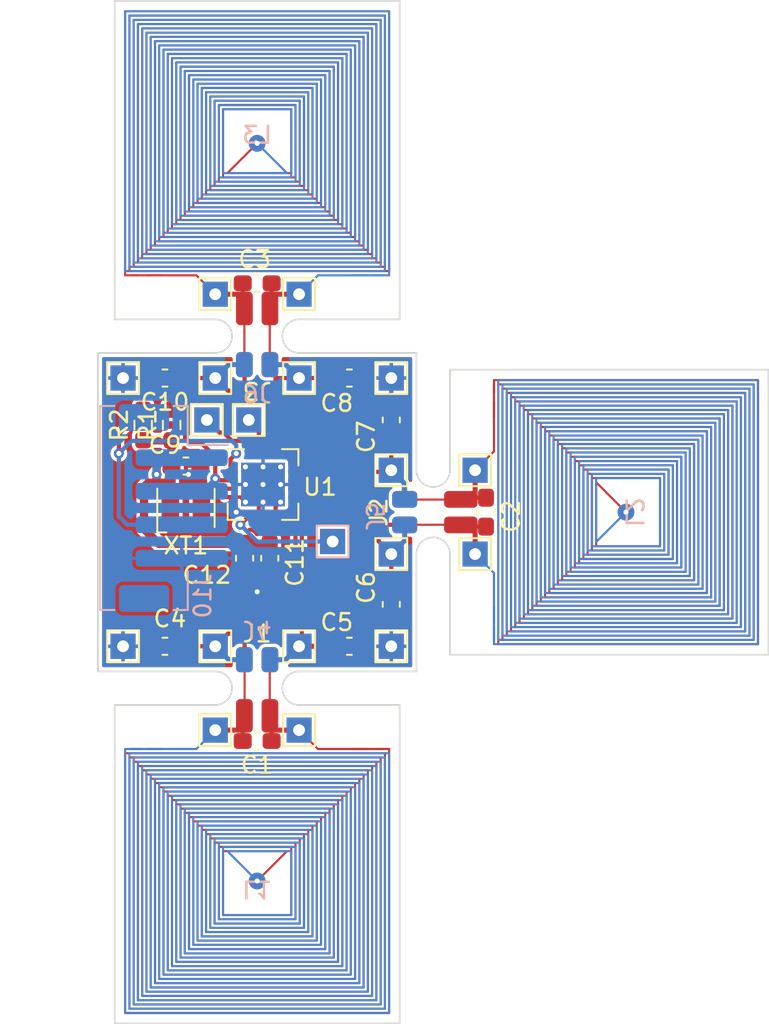
<source format=kicad_pcb>
(kicad_pcb (version 20211014) (generator pcbnew)
  (layers (0 "F.Cu" signal) (31 "B.Cu" signal) (34 "B.Paste" user) (35 "F.Paste" user) (36 "B.SilkS" user "B.Silkscreen") (37 "F.SilkS" user "F.Silkscreen") (38 "B.Mask" user) (39 "F.Mask" user) (44 "Edge.Cuts" user))
  (net 0 "")
  (net 1 "VCC")
  (net 2 "GND")
  (net 3 "IN0B")
  (net 4 "IN0A")
  (net 5 "IN1B")
  (net 6 "IN1A")
  (net 7 "IN2B")
  (net 8 "IN2A")
  (net 9 "Net-(TP15-Pad1)")
  (net 10 "Net-(U1-Pad3)")
  (net 11 "IN3B")
  (net 12 "IN3A")
  (net 13 "Net-(J10-Pad2)")
  (net 14 "Net-(J10-Pad3)")
  (footprint "Package_DFN_QFN:WQFN-16-1EP_4x4mm_P0.5mm_EP2.6x2.6mm_ThermalVias" (layer "F.Cu") (at 143.85 80.85)
    (fp_text reference "U1")
    (fp_text value "LDC1614")
  )
  (footprint "Library:PCBConnPadsLong" (layer "F.Cu") (at 155.65 82.5 90)
    (fp_text reference "J8" hide)
    (fp_text value "Conn_01x02_Female")
  )
  (footprint "Capacitor_SMD:C_0603_1608Metric_Pad1.08x0.95mm_HandSolder" (layer "F.Cu") (at 143.5 68.85)
    (fp_text reference "C3")
    (fp_text value "330p")
  )
  (footprint "TestPoint:TestPoint_THTPad_1.5x1.5mm_Drill0.7mm" (layer "F.Cu") (at 156.5 85)
    (fp_text reference "TP3" hide)
    (fp_text value "TestPoint")
  )
  (footprint "TestPoint:TestPoint_THTPad_1.5x1.5mm_Drill0.7mm" (layer "F.Cu") (at 146 69.5)
    (fp_text reference "TP5" hide)
    (fp_text value "TestPoint")
  )
  (footprint "Library:PCBConnPads" (layer "F.Cu") (at 143.5 73.7 180)
    (fp_text reference "J3")
    (fp_text value "Conn_01x02_Female")
  )
  (footprint "Oscillator:Oscillator_SMD_Kyocera_KC2520Z-4Pin_2.5x2.0mm" (layer "F.Cu") (at 139.25 82.25 90)
    (fp_text reference "XT1")
    (fp_text value "KC2520Z")
  )
  (footprint "Capacitor_SMD:C_0603_1608Metric_Pad1.08x0.95mm_HandSolder" (layer "F.Cu") (at 143.5 96.15 180)
    (fp_text reference "C1")
    (fp_text value "330p")
  )
  (footprint "Library:PCBConnPads" (layer "F.Cu") (at 143.5 91.3)
    (fp_text reference "J1")
    (fp_text value "Conn_01x02_Female")
  )
  (footprint "Capacitor_SMD:C_0603_1608Metric_Pad1.08x0.95mm_HandSolder" (layer "F.Cu") (at 138 74.5 180)
    (fp_text reference "C10")
    (fp_text value "100n")
  )
  (footprint "TestPoint:TestPoint_THTPad_1.5x1.5mm_Drill0.7mm" (layer "F.Cu") (at 141 90.5)
    (fp_text reference "TP9" hide)
    (fp_text value "TestPoint")
  )
  (footprint "TestPoint:TestPoint_THTPad_1.5x1.5mm_Drill0.7mm" (layer "F.Cu") (at 135.5 90.5)
    (fp_text reference "TP17" hide)
    (fp_text value "TestPoint")
  )
  (footprint "Library:PCBConnPads" (layer "F.Cu") (at 152.3 82.5 90)
    (fp_text reference "J2")
    (fp_text value "Conn_01x02_Female")
  )
  (footprint "TestPoint:TestPoint_THTPad_1.5x1.5mm_Drill0.7mm" (layer "F.Cu") (at 156.5 80)
    (fp_text reference "TP4" hide)
    (fp_text value "TestPoint")
  )
  (footprint "Capacitor_SMD:C_0603_1608Metric_Pad1.08x0.95mm_HandSolder" (layer "F.Cu") (at 151.5 88 -90)
    (fp_text reference "C6")
    (fp_text value "100n")
  )
  (footprint "TestPoint:TestPoint_THTPad_1.5x1.5mm_Drill0.7mm" (layer "F.Cu") (at 141 69.5)
    (fp_text reference "TP8" hide)
    (fp_text value "TestPoint")
  )
  (footprint "Capacitor_SMD:C_0603_1608Metric_Pad1.08x0.95mm_HandSolder" (layer "F.Cu") (at 157.15 82.5 -90)
    (fp_text reference "C2")
    (fp_text value "330p")
  )
  (footprint "Library:PCBConnPadsLong" (layer "F.Cu") (at 143.5 70.35 180)
    (fp_text reference "J9" hide)
    (fp_text value "Conn_01x02_Female")
  )
  (footprint "Capacitor_SMD:C_0603_1608Metric_Pad1.08x0.95mm_HandSolder" (layer "F.Cu") (at 138 90.5 180)
    (fp_text reference "C4")
    (fp_text value "100n")
  )
  (footprint "TestPoint:TestPoint_THTPad_1.5x1.5mm_Drill0.7mm" (layer "F.Cu") (at 141 95.5)
    (fp_text reference "TP1" hide)
    (fp_text value "TestPoint")
  )
  (footprint "Capacitor_SMD:C_0603_1608Metric_Pad1.08x0.95mm_HandSolder" (layer "F.Cu") (at 149 90.5)
    (fp_text reference "C5")
    (fp_text value "100n")
  )
  (footprint "TestPoint:TestPoint_THTPad_1.5x1.5mm_Drill0.7mm" (layer "F.Cu") (at 146 90.5)
    (fp_text reference "TP10" hide)
    (fp_text value "TestPoint")
  )
  (footprint "TestPoint:TestPoint_THTPad_1.5x1.5mm_Drill0.7mm" (layer "F.Cu") (at 140.5 77)
    (fp_text reference "TP14" hide)
    (fp_text value "TestPoint")
  )
  (footprint "Resistor_SMD:R_0603_1608Metric_Pad0.98x0.95mm_HandSolder" (layer "F.Cu") (at 136.7 77.3 90)
    (fp_text reference "R2")
    (fp_text value "2k2")
  )
  (footprint "TestPoint:TestPoint_THTPad_1.5x1.5mm_Drill0.7mm" (layer "F.Cu") (at 143 77)
    (fp_text reference "TP13" hide)
    (fp_text value "TestPoint")
  )
  (footprint "Capacitor_SMD:C_0603_1608Metric_Pad1.08x0.95mm_HandSolder" (layer "F.Cu") (at 149 74.5)
    (fp_text reference "C8")
    (fp_text value "100n")
  )
  (footprint "TestPoint:TestPoint_THTPad_1.5x1.5mm_Drill0.7mm" (layer "F.Cu") (at 151.5 90.5)
    (fp_text reference "TP19" hide)
    (fp_text value "TestPoint")
  )
  (footprint "Capacitor_SMD:C_0603_1608Metric_Pad1.08x0.95mm_HandSolder" (layer "F.Cu") (at 144.25 85.25 -90)
    (fp_text reference "C11")
    (fp_text value "100n")
  )
  (footprint "TestPoint:TestPoint_THTPad_1.5x1.5mm_Drill0.7mm" (layer "F.Cu") (at 151.5 85)
    (fp_text reference "TP11" hide)
    (fp_text value "TestPoint")
  )
  (footprint "TestPoint:TestPoint_THTPad_1.5x1.5mm_Drill0.7mm" (layer "F.Cu") (at 146 74.5)
    (fp_text reference "TP7" hide)
    (fp_text value "TestPoint")
  )
  (footprint "Capacitor_SMD:C_0603_1608Metric_Pad1.08x0.95mm_HandSolder" (layer "F.Cu") (at 139.25 79.75)
    (fp_text reference "C9")
    (fp_text value "100n")
  )
  (footprint "TestPoint:TestPoint_THTPad_1.5x1.5mm_Drill0.7mm" (layer "F.Cu") (at 151.5 80)
    (fp_text reference "TP12" hide)
    (fp_text value "TestPoint")
  )
  (footprint "TestPoint:TestPoint_THTPad_1.5x1.5mm_Drill0.7mm" (layer "F.Cu") (at 146 95.5)
    (fp_text reference "TP2" hide)
    (fp_text value "TestPoint")
  )
  (footprint "Resistor_SMD:R_0603_1608Metric_Pad0.98x0.95mm_HandSolder" (layer "F.Cu") (at 138.4 77.3 90)
    (fp_text reference "R1")
    (fp_text value "2k2")
  )
  (footprint "TestPoint:TestPoint_THTPad_1.5x1.5mm_Drill0.7mm" (layer "F.Cu") (at 135.5 74.5)
    (fp_text reference "TP16" hide)
    (fp_text value "TestPoint")
  )
  (footprint "Capacitor_SMD:C_0603_1608Metric_Pad1.08x0.95mm_HandSolder" (layer "F.Cu") (at 151.5 77 90)
    (fp_text reference "C7")
    (fp_text value "100n")
  )
  (footprint "TestPoint:TestPoint_THTPad_1.5x1.5mm_Drill0.7mm" (layer "F.Cu") (at 151.5 74.5)
    (fp_text reference "TP18" hide)
    (fp_text value "TestPoint")
  )
  (footprint "Capacitor_SMD:C_0603_1608Metric_Pad1.08x0.95mm_HandSolder" (layer "F.Cu") (at 142.75 85.25 -90)
    (fp_text reference "C12")
    (fp_text value "2u2")
  )
  (footprint "Library:PCBConnPadsLong" (layer "F.Cu") (at 143.5 94.65)
    (fp_text reference "J7" hide)
    (fp_text value "Conn_01x02_Female")
  )
  (footprint "TestPoint:TestPoint_THTPad_1.5x1.5mm_Drill0.7mm" (layer "F.Cu") (at 141 74.5)
    (fp_text reference "TP6" hide)
    (fp_text value "TestPoint")
  )
  (footprint "Library:Coil" (layer "B.Cu") (at 143.5 60.5 180)
    (fp_text reference "L3")
    (fp_text value "PCB Coil")
  )
  (footprint "Library:PCBConnPads" (layer "B.Cu") (at 143.5 73.7 180)
    (fp_text reference "J6")
    (fp_text value "Conn_01x02_Female")
  )
  (footprint "Library:Coil" (layer "B.Cu") (at 143.5 104.5)
    (fp_text reference "L1")
    (fp_text value "PCB Coil")
  )
  (footprint "Library:Coil" (layer "B.Cu") (at 165.5 82.5 90)
    (fp_text reference "L2")
    (fp_text value "PCB Coil")
  )
  (footprint "Connector_JST:JST_PH_B4B-PH-SM4-TB_1x04-1MP_P2.00mm_Vertical" (layer "B.Cu") (at 138.5 82.25 -90)
    (fp_text reference "J10")
    (fp_text value "Conn_01x04_Male")
  )
  (footprint "TestPoint:TestPoint_THTPad_1.5x1.5mm_Drill0.7mm" (layer "B.Cu") (at 148 84.25 180)
    (fp_text reference "TP15" hide)
    (fp_text value "TestPoint")
  )
  (footprint "Library:PCBConnPads" (layer "B.Cu") (at 152.3 82.5 90)
    (fp_text reference "J5")
    (fp_text value "Conn_01x02_Female")
  )
  (footprint "Library:PCBConnPads" (layer "B.Cu") (at 143.5 91.3)
    (fp_text reference "J4")
    (fp_text value "Conn_01x02_Female")
  )
  (gr_line (start 134 73) (end 141 73) (layer "Edge.Cuts") (width 0.1))
  (gr_line (start 153 80) (end 153 73) (layer "Edge.Cuts") (width 0.1))
  (gr_line (start 141 92) (end 134 92) (layer "Edge.Cuts") (width 0.1))
  (gr_line (start 135 52) (end 135 71) (layer "Edge.Cuts") (width 0.1))
  (gr_line (start 174 91) (end 155 91) (layer "Edge.Cuts") (width 0.1))
  (gr_line (start 135 113) (end 152 113) (layer "Edge.Cuts") (width 0.1))
  (gr_arc (start 153 85) (mid 154 84) (end 155 85) (layer "Edge.Cuts") (width 0.1))
  (gr_line (start 152 71) (end 152 52) (layer "Edge.Cuts") (width 0.1))
  (gr_line (start 152 94) (end 146 94) (layer "Edge.Cuts") (width 0.1))
  (gr_arc (start 146 94) (mid 145 93) (end 146 92) (layer "Edge.Cuts") (width 0.1))
  (gr_line (start 153 92) (end 146 92) (layer "Edge.Cuts") (width 0.1))
  (gr_line (start 135 94) (end 135 113) (layer "Edge.Cuts") (width 0.1))
  (gr_arc (start 141 71) (mid 142 72) (end 141 73) (layer "Edge.Cuts") (width 0.1))
  (gr_line (start 155 80) (end 155 74) (layer "Edge.Cuts") (width 0.1))
  (gr_line (start 152 52) (end 135 52) (layer "Edge.Cuts") (width 0.1))
  (gr_line (start 174 74) (end 174 91) (layer "Edge.Cuts") (width 0.1))
  (gr_arc (start 146 73) (mid 145 72) (end 146 71) (layer "Edge.Cuts") (width 0.1))
  (gr_line (start 146 73) (end 153 73) (layer "Edge.Cuts") (width 0.1))
  (gr_line (start 155 85) (end 155 91) (layer "Edge.Cuts") (width 0.1))
  (gr_arc (start 141 92) (mid 142 93) (end 141 94) (layer "Edge.Cuts") (width 0.1))
  (gr_line (start 155 74) (end 174 74) (layer "Edge.Cuts") (width 0.1))
  (gr_line (start 135 71) (end 141 71) (layer "Edge.Cuts") (width 0.1))
  (gr_line (start 134 73) (end 134 92) (layer "Edge.Cuts") (width 0.1))
  (gr_arc (start 155 80) (mid 154 81) (end 153 80) (layer "Edge.Cuts") (width 0.1))
  (gr_line (start 141 94) (end 135 94) (layer "Edge.Cuts") (width 0.1))
  (gr_line (start 153 92) (end 153 85) (layer "Edge.Cuts") (width 0.1))
  (gr_line (start 146 71) (end 152 71) (layer "Edge.Cuts") (width 0.1))
  (gr_line (start 152 113) (end 152 94) (layer "Edge.Cuts") (width 0.1))
  (segment (start 136.75 83.5) (end 136.75 83) (width 0.5) (layer "F.Cu") (net 1))
  (segment (start 138.3875 79.75) (end 138.3875 80.6125) (width 0.5) (layer "F.Cu") (net 1))
  (segment (start 136.775 82.975) (end 136.75 83) (width 0.127) (layer "F.Cu") (net 1))
  (segment (start 138.25 80.75) (end 138.3875 80.6125) (width 0.5) (layer "F.Cu") (net 1))
  (segment (start 138.3875 80.6125) (end 138.3875 81.4625) (width 0.5) (layer "F.Cu") (net 1))
  (segment (start 137.6375 84.3875) (end 136.75 83.5) (width 0.5) (layer "F.Cu") (net 1))
  (segment (start 136.75 81) (end 137 80.75) (width 0.5) (layer "F.Cu") (net 1))
  (segment (start 137 80.75) (end 137.5 80.75) (width 0.5) (layer "F.Cu") (net 1))
  (segment (start 144.1 84.2375) (end 144.25 84.3875) (width 0.25) (layer "F.Cu") (net 1))
  (segment (start 136.75 83) (end 136.75 81) (width 0.5) (layer "F.Cu") (net 1))
  (segment (start 137.5 80.25) (end 137.5 80.75) (width 0.5) (layer "F.Cu") (net 1))
  (segment (start 138.4 78.2125) (end 136.7 78.2125) (width 0.5) (layer "F.Cu") (net 1))
  (segment (start 138.325 82.975) (end 136.775 82.975) (width 0.127) (layer "F.Cu") (net 1))
  (segment (start 138.3875 79.75) (end 138.3875 78.225) (width 0.5) (layer "F.Cu") (net 1))
  (segment (start 144.1 82.7875) (end 144.1 84.2375) (width 0.25) (layer "F.Cu") (net 1))
  (segment (start 138.3875 78.225) (end 138.4 78.2125) (width 0.5) (layer "F.Cu") (net 1))
  (segment (start 142.75 84.3875) (end 144.25 84.3875) (width 0.5) (layer "F.Cu") (net 1))
  (segment (start 137.5 80.75) (end 138.25 80.75) (width 0.5) (layer "F.Cu") (net 1))
  (segment (start 138.3875 81.4625) (end 138.325 81.525) (width 0.5) (layer "F.Cu") (net 1))
  (segment (start 142.75 84.3875) (end 137.6375 84.3875) (width 0.5) (layer "F.Cu") (net 1))
  (via (at 137.5 80.25) (size 0.6) (drill 0.3) (layers "F.Cu" "B.Cu") (net 1))
  (segment (start 138 79.25) (end 139 79.25) (width 0.5) (layer "B.Cu") (net 1))
  (segment (start 137.5 80.25) (end 137.5 79.75) (width 0.5) (layer "B.Cu") (net 1))
  (segment (start 137.5 79.75) (end 138 79.25) (width 0.5) (layer "B.Cu") (net 1))
  (segment (start 143.6 82.7875) (end 143.6 81.1) (width 0.25) (layer "F.Cu") (net 2))
  (segment (start 143.6 81.1) (end 143.85 80.85) (width 0.25) (layer "F.Cu") (net 2))
  (segment (start 143.5 87.25) (end 143.5 86.25) (width 0.5) (layer "F.Cu") (net 2))
  (segment (start 151.5 76.1375) (end 151.5 74.5) (width 0.25) (layer "F.Cu") (net 2))
  (segment (start 143.6375 86.1125) (end 144.25 86.1125) (width 0.5) (layer "F.Cu") (net 2))
  (segment (start 142.75 86.1125) (end 143.6375 86.1125) (width 0.5) (layer "F.Cu") (net 2))
  (segment (start 143.5 86.25) (end 143.6375 86.1125) (width 0.5) (layer "F.Cu") (net 2))
  (segment (start 140.1125 79.75) (end 140.25 79.75) (width 0.5) (layer "F.Cu") (net 2))
  (segment (start 144.6 81.6) (end 143.85 80.85) (width 0.25) (layer "F.Cu") (net 2))
  (segment (start 144.6 82.7875) (end 144.6 81.6) (width 0.25) (layer "F.Cu") (net 2))
  (via (at 139.4 80.25) (size 0.6) (drill 0.3) (layers "F.Cu" "B.Cu") (net 2))
  (via (at 143.5 87.25) (size 0.6) (drill 0.3) (layers "F.Cu" "B.Cu") (net 2))
  (via (at 142.25 82.5) (size 0.6) (drill 0.3) (layers "F.Cu" "B.Cu") (net 2))
  (segment (start 146 90.5) (end 145.2 91.3) (width 0.25) (layer "F.Cu") (net 3))
  (segment (start 144.3625 96.15) (end 144.3625 94.7505) (width 0.25) (layer "F.Cu") (net 3))
  (segment (start 147.126 96.626) (end 146 95.5) (width 0.127) (layer "F.Cu") (net 3))
  (segment (start 146.75 82) (end 146.1645 82.5855) (width 0.25) (layer "F.Cu") (net 3))
  (segment (start 146.62 81.12) (end 146.75 81.25) (width 0.25) (layer "F.Cu") (net 3))
  (segment (start 150.104 96.626) (end 147.126 96.626) (width 0.127) (layer "F.Cu") (net 3))
  (segment (start 145.2 91.3) (end 144.262 91.3) (width 0.25) (layer "F.Cu") (net 3))
  (segment (start 146.75 81.25) (end 146.75 82) (width 0.25) (layer "F.Cu") (net 3))
  (segment (start 146.1645 90.3355) (end 146 90.5) (width 0.25) (layer "F.Cu") (net 3))
  (segment (start 144.3625 94.7505) (end 144.262 94.65) (width 0.25) (layer "F.Cu") (net 3))
  (segment (start 144.25 91.312) (end 144.262 91.3) (width 0.127) (layer "F.Cu") (net 3))
  (segment (start 146.62 81.1) (end 146.62 81.12) (width 0.25) (layer "F.Cu") (net 3))
  (segment (start 146 90.5) (end 148.1375 90.5) (width 0.3) (layer "F.Cu") (net 3))
  (segment (start 145.7875 81.1) (end 146.62 81.1) (width 0.25) (layer "F.Cu") (net 3))
  (segment (start 144.3625 95.5) (end 146 95.5) (width 0.3) (layer "F.Cu") (net 3))
  (segment (start 146.1645 82.5855) (end 146.1645 90.3355) (width 0.25) (layer "F.Cu") (net 3))
  (segment (start 144.25 95) (end 144.25 91.312) (width 0.127) (layer "F.Cu") (net 3))
  (segment (start 144.262 91.3) (end 145.2 91.3) (width 0.3) (layer "B.Cu") (net 3))
  (segment (start 145.2 91.3) (end 146 90.5) (width 0.3) (layer "B.Cu") (net 3))
  (segment (start 145.7875 81.6) (end 145.7875 88.7225) (width 0.25) (layer "F.Cu") (net 4))
  (segment (start 142.75 89.75) (end 141.75 89.75) (width 0.25) (layer "F.Cu") (net 4))
  (segment (start 138.8625 90.5) (end 141 90.5) (width 0.25) (layer "F.Cu") (net 4))
  (segment (start 145.7875 88.7225) (end 145.7775 88.7225) (width 0.25) (layer "F.Cu") (net 4))
  (segment (start 142.6375 95.5) (end 141 95.5) (width 0.3) (layer "F.Cu") (net 4))
  (segment (start 142.6375 95.5) (end 142.75 95.3875) (width 0.127) (layer "F.Cu") (net 4))
  (segment (start 142.75 91.312) (end 142.738 91.3) (width 0.127) (layer "F.Cu") (net 4))
  (segment (start 142.6375 96.15) (end 142.6375 94.7505) (width 0.25) (layer "F.Cu") (net 4))
  (segment (start 142.6375 95.3625) (end 142.75 95.25) (width 0.127) (layer "F.Cu") (net 4))
  (segment (start 142.75 89.75) (end 142.75 91.288) (width 0.25) (layer "F.Cu") (net 4))
  (segment (start 142.75 91.288) (end 142.738 91.3) (width 0.25) (layer "F.Cu") (net 4))
  (segment (start 142.6375 95.5) (end 142.6375 95.3625) (width 0.127) (layer "F.Cu") (net 4))
  (segment (start 145.7775 88.7225) (end 144.75 89.75) (width 0.25) (layer "F.Cu") (net 4))
  (segment (start 142.6375 94.7505) (end 142.738 94.65) (width 0.25) (layer "F.Cu") (net 4))
  (segment (start 141.75 89.75) (end 141 90.5) (width 0.25) (layer "F.Cu") (net 4))
  (segment (start 144.75 89.75) (end 142.75 89.75) (width 0.25) (layer "F.Cu") (net 4))
  (segment (start 142.75 95.25) (end 142.75 91.312) (width 0.127) (layer "F.Cu") (net 4))
  (segment (start 139.874 96.626) (end 141 95.5) (width 0.127) (layer "B.Cu") (net 4))
  (segment (start 142.738 91.3) (end 141.8 91.3) (width 0.3) (layer "B.Cu") (net 4))
  (segment (start 141.8 91.3) (end 141 90.5) (width 0.3) (layer "B.Cu") (net 4))
  (segment (start 136.896 96.626) (end 139.874 96.626) (width 0.127) (layer "B.Cu") (net 4))
  (segment (start 156.5 81.6375) (end 156.5 80) (width 0.3) (layer "F.Cu") (net 5))
  (segment (start 152.5 81.75) (end 156.3875 81.75) (width 0.127) (layer "F.Cu") (net 5))
  (segment (start 151.5 77.8625) (end 151.5 80) (width 0.25) (layer "F.Cu") (net 5))
  (segment (start 156.3875 81.75) (end 156.5 81.6375) (width 0.127) (layer "F.Cu") (net 5))
  (segment (start 157.626 75.896) (end 157.626 78.874) (width 0.127) (layer "F.Cu") (net 5))
  (segment (start 157.626 78.874) (end 156.5 80) (width 0.127) (layer "F.Cu") (net 5))
  (segment (start 152.25 81.688) (end 152.3 81.738) (width 0.25) (layer "F.Cu") (net 5))
  (segment (start 157.15 81.6375) (end 155.7505 81.6375) (width 0.25) (layer "F.Cu") (net 5))
  (segment (start 155.7505 81.6375) (end 155.65 81.738) (width 0.25) (layer "F.Cu") (net 5))
  (segment (start 151.5 80) (end 152.25 80.75) (width 0.25) (layer "F.Cu") (net 5))
  (segment (start 152.25 80.75) (end 152.25 81.688) (width 0.25) (layer "F.Cu") (net 5))
  (segment (start 145.7875 80.1) (end 151.4 80.1) (width 0.25) (layer "F.Cu") (net 5))
  (segment (start 151.4 80.1) (end 151.5 80) (width 0.25) (layer "F.Cu") (net 5))
  (segment (start 152.3 80.8) (end 151.5 80) (width 0.3) (layer "B.Cu") (net 5))
  (segment (start 152.3 81.738) (end 152.3 80.8) (width 0.3) (layer "B.Cu") (net 5))
  (segment (start 150.75 81.25) (end 150.75 83.25) (width 0.25) (layer "F.Cu") (net 6))
  (segment (start 150.75 84.25) (end 151.5 85) (width 0.25) (layer "F.Cu") (net 6))
  (segment (start 150.75 83.25) (end 152.288 83.25) (width 0.25) (layer "F.Cu") (net 6))
  (segment (start 152.3 83.262) (end 152.312 83.25) (width 0.127) (layer "F.Cu") (net 6))
  (segment (start 156.3875 83.25) (end 156.5 83.3625) (width 0.127) (layer "F.Cu") (net 6))
  (segment (start 145.7875 80.6) (end 150.1 80.6) (width 0.25) (layer "F.Cu") (net 6))
  (segment (start 156.5 83.3625) (end 156.5 85) (width 0.3) (layer "F.Cu") (net 6))
  (segment (start 157.15 83.3625) (end 155.7505 83.3625) (width 0.25) (layer "F.Cu") (net 6))
  (segment (start 155.7505 83.3625) (end 155.65 83.262) (width 0.25) (layer "F.Cu") (net 6))
  (segment (start 151.5 87.1375) (end 151.5 85) (width 0.25) (layer "F.Cu") (net 6))
  (segment (start 150.75 83.25) (end 150.75 84.25) (width 0.25) (layer "F.Cu") (net 6))
  (segment (start 152.288 83.25) (end 152.3 83.262) (width 0.25) (layer "F.Cu") (net 6))
  (segment (start 150.75 81.25) (end 150.1 80.6) (width 0.25) (layer "F.Cu") (net 6))
  (segment (start 152.312 83.25) (end 156.3875 83.25) (width 0.127) (layer "F.Cu") (net 6))
  (segment (start 152.3 84.2) (end 151.5 85) (width 0.3) (layer "B.Cu") (net 6))
  (segment (start 152.3 83.262) (end 152.3 84.2) (width 0.3) (layer "B.Cu") (net 6))
  (segment (start 157.626 89.104) (end 157.626 86.126) (width 0.127) (layer "B.Cu") (net 6))
  (segment (start 157.626 86.126) (end 156.5 85) (width 0.127) (layer "B.Cu") (net 6))
  (segment (start 143.25 75.25) (end 142.75 75.25) (width 0.25) (layer "F.Cu") (net 7))
  (segment (start 136.896 68.374) (end 139.874 68.374) (width 0.127) (layer "F.Cu") (net 7))
  (segment (start 142.75 75.25) (end 142.75 73.712) (width 0.25) (layer "F.Cu") (net 7))
  (segment (start 142.738 73.7) (end 142.738 69.6005) (width 0.127) (layer "F.Cu") (net 7))
  (segment (start 142.75 73.712) (end 142.738 73.7) (width 0.25) (layer "F.Cu") (net 7))
  (segment (start 142.738 70.25) (end 142.738 69.6005) (width 0.127) (layer "F.Cu") (net 7))
  (segment (start 141.75 75.25) (end 141 74.5) (width 0.25) (layer "F.Cu") (net 7))
  (segment (start 142.75 75.25) (end 141.75 75.25) (width 0.25) (layer "F.Cu") (net 7))
  (segment (start 144.1 78.9125) (end 144.1 76.1) (width 0.25) (layer "F.Cu") (net 7))
  (segment (start 142.738 69.6005) (end 142.6375 69.5) (width 0.127) (layer "F.Cu") (net 7))
  (segment (start 142.6375 70.2495) (end 142.738 70.35) (width 0.25) (layer "F.Cu") (net 7))
  (segment (start 139.874 68.374) (end 141 69.5) (width 0.127) (layer "F.Cu") (net 7))
  (segment (start 142.6375 68.85) (end 142.6375 70.2495) (width 0.25) (layer "F.Cu") (net 7))
  (segment (start 142.6375 69.5) (end 141 69.5) (width 0.3) (layer "F.Cu") (net 7))
  (segment (start 144.1 76.1) (end 143.25 75.25) (width 0.25) (layer "F.Cu") (net 7))
  (segment (start 138.8625 74.5) (end 141 74.5) (width 0.25) (layer "F.Cu") (net 7))
  (segment (start 141.8 73.7) (end 141 74.5) (width 0.3) (layer "B.Cu") (net 7))
  (segment (start 142.738 73.7) (end 141.8 73.7) (width 0.3) (layer "B.Cu") (net 7))
  (segment (start 144.3625 68.85) (end 144.3625 70.2495) (width 0.25) (layer "F.Cu") (net 8))
  (segment (start 144.3625 69.5) (end 146 69.5) (width 0.3) (layer "F.Cu") (net 8))
  (segment (start 144.6 74.038) (end 144.262 73.7) (width 0.25) (layer "F.Cu") (net 8))
  (segment (start 146 74.5) (end 144.7 74.5) (width 0.25) (layer "F.Cu") (net 8))
  (segment (start 144.7 74.5) (end 144.6 74.6) (width 0.25) (layer "F.Cu") (net 8))
  (segment (start 144.6 74.6) (end 144.6 74.038) (width 0.25) (layer "F.Cu") (net 8))
  (segment (start 144.3625 69.5) (end 144.25 69.6125) (width 0.127) (layer "F.Cu") (net 8))
  (segment (start 144.6 78.9125) (end 144.6 74.6) (width 0.25) (layer "F.Cu") (net 8))
  (segment (start 148.1375 74.5) (end 146 74.5) (width 0.25) (layer "F.Cu") (net 8))
  (segment (start 144.3625 69.5) (end 144.3625 70.1495) (width 0.127) (layer "F.Cu") (net 8))
  (segment (start 144.3625 70.1495) (end 144.262 70.25) (width 0.127) (layer "F.Cu") (net 8))
  (segment (start 144.3625 70.2495) (end 144.262 70.35) (width 0.25) (layer "F.Cu") (net 8))
  (segment (start 144.25 69.6125) (end 144.25 73.75) (width 0.127) (layer "F.Cu") (net 8))
  (segment (start 144.262 73.7) (end 145.2 73.7) (width 0.3) (layer "B.Cu") (net 8))
  (segment (start 145.2 73.7) (end 146 74.5) (width 0.3) (layer "B.Cu") (net 8))
  (segment (start 147.126 68.374) (end 146 69.5) (width 0.127) (layer "B.Cu") (net 8))
  (segment (start 150.104 68.374) (end 147.126 68.374) (width 0.127) (layer "B.Cu") (net 8))
  (segment (start 143.1 82.7875) (end 142.9625 82.7875) (width 0.25) (layer "F.Cu") (net 9))
  (segment (start 142.9625 82.7875) (end 142.5 83.25) (width 0.25) (layer "F.Cu") (net 9))
  (via (at 142.5 83.25) (size 0.6) (drill 0.3) (layers "F.Cu" "B.Cu") (net 9))
  (segment (start 143.5 84.25) (end 148 84.25) (width 0.25) (layer "B.Cu") (net 9))
  (segment (start 143.5 84.25) (end 142.5 83.25) (width 0.25) (layer "B.Cu") (net 9))
  (segment (start 140.6 81.1) (end 140.175 81.525) (width 0.25) (layer "F.Cu") (net 10))
  (segment (start 141.9125 81.1) (end 140.6 81.1) (width 0.25) (layer "F.Cu") (net 10))
  (segment (start 143.1 78.9125) (end 143.1 78.6) (width 0.25) (layer "F.Cu") (net 11))
  (segment (start 141.25 77.75) (end 140.5 77) (width 0.25) (layer "F.Cu") (net 11))
  (segment (start 142.75 78.25) (end 142 78.25) (width 0.25) (layer "F.Cu") (net 11))
  (segment (start 142 78.25) (end 141.5 77.75) (width 0.25) (layer "F.Cu") (net 11))
  (segment (start 141.5 77.75) (end 141.25 77.75) (width 0.25) (layer "F.Cu") (net 11))
  (segment (start 143.1 78.6) (end 142.75 78.25) (width 0.25) (layer "F.Cu") (net 11))
  (segment (start 143.6 77.6) (end 143 77) (width 0.25) (layer "F.Cu") (net 12))
  (segment (start 143.6 78.9125) (end 143.6 77.6) (width 0.25) (layer "F.Cu") (net 12))
  (segment (start 141.1 80.6) (end 141 80.5) (width 0.25) (layer "F.Cu") (net 13))
  (segment (start 139.2 78.1) (end 139.2 77.1875) (width 0.25) (layer "F.Cu") (net 13))
  (segment (start 140.2 78.4) (end 139.5 78.4) (width 0.25) (layer "F.Cu") (net 13))
  (segment (start 141 80.5) (end 141 79.2) (width 0.25) (layer "F.Cu") (net 13))
  (segment (start 141.9125 80.6) (end 141.1 80.6) (width 0.25) (layer "F.Cu") (net 13))
  (segment (start 139.5 78.4) (end 139.2 78.1) (width 0.25) (layer "F.Cu") (net 13))
  (segment (start 141 79.2) (end 140.2 78.4) (width 0.25) (layer "F.Cu") (net 13))
  (segment (start 139.2 77.1875) (end 138.4 76.3875) (width 0.25) (layer "F.Cu") (net 13))
  (via (at 141 80.5) (size 0.6) (drill 0.3) (layers "F.Cu" "B.Cu") (net 13))
  (segment (start 141 80.5) (end 140.25 81.25) (width 0.25) (layer "B.Cu") (net 13))
  (segment (start 140.25 81.25) (end 139 81.25) (width 0.25) (layer "B.Cu") (net 13))
  (segment (start 141.9125 80.1) (end 141.9125 79.3375) (width 0.25) (layer "F.Cu") (net 14))
  (segment (start 135.25 77.8375) (end 136.7 76.3875) (width 0.25) (layer "F.Cu") (net 14))
  (segment (start 135.25 79) (end 135.25 77.8375) (width 0.25) (layer "F.Cu") (net 14))
  (segment (start 141.9125 79.3375) (end 142.25 79) (width 0.25) (layer "F.Cu") (net 14))
  (via (at 135.25 79) (size 0.6) (drill 0.3) (layers "F.Cu" "B.Cu") (net 14))
  (via (at 142.25 79) (size 0.6) (drill 0.3) (layers "F.Cu" "B.Cu") (net 14))
  (segment (start 135.25 82.75) (end 135.75 83.25) (width 0.25) (layer "B.Cu") (net 14))
  (segment (start 136 78.25) (end 135.25 79) (width 0.25) (layer "B.Cu") (net 14))
  (segment (start 135.75 83.25) (end 139 83.25) (width 0.25) (layer "B.Cu") (net 14))
  (segment (start 142 78.25) (end 136 78.25) (width 0.25) (layer "B.Cu") (net 14))
  (segment (start 142.25 79) (end 142.25 78.5) (width 0.25) (layer "B.Cu") (net 14))
  (segment (start 135.25 79) (end 135.25 82.75) (width 0.25) (layer "B.Cu") (net 14))
  (segment (start 142.25 78.5) (end 142 78.25) (width 0.25) (layer "B.Cu") (net 14))
  (zone (net 2) (net_name "GND") (layer "F.Cu") (connect_pads (clearance 0.2)) (min_thickness 0.2) (fill yes (thermal_gap 0.2) (thermal_bridge_width 0.2))
    (polygon (pts (xy 152.75 91.75) (xy 134.25 91.75) (xy 134.25 73.25) (xy 152.75 73.25)))
  )
  (zone (net 2) (net_name "GND") (layer "B.Cu") (connect_pads (clearance 0.2)) (min_thickness 0.2) (fill yes (thermal_gap 0.2) (thermal_bridge_width 0.2))
    (polygon (pts (xy 152.75 91.75) (xy 134.25 91.75) (xy 134.25 73.25) (xy 152.75 73.25)))
  )
)
</source>
